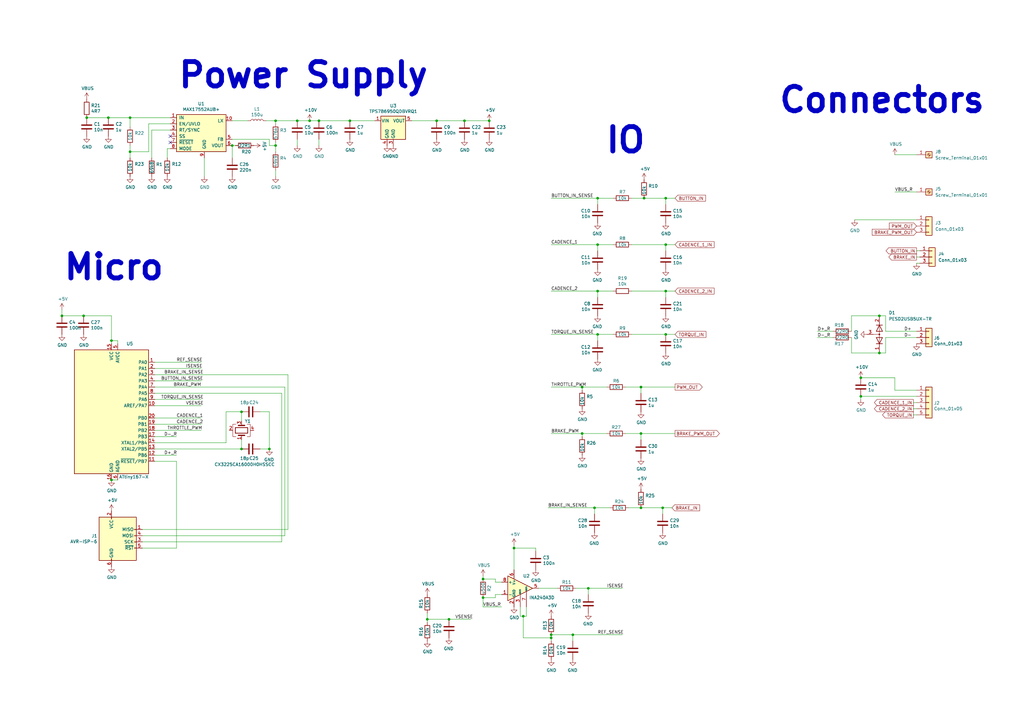
<source format=kicad_sch>
(kicad_sch (version 20250114) (generator "eeschema") (generator_version "9.0")
  (paper "A3")
  (text "Micro\n" (at 25.4 115.57 0) (effects (font (size 10 10) (thickness 2) (bold yes)) (justify left bottom)))
  (text "IO" (at 247.65 63.5 0) (effects (font (size 10 10) (thickness 2) (bold yes)) (justify left bottom)))
  (text "Power Supply" (at 72.39 36.83 0) (effects (font (size 10 10) (thickness 2) (bold yes)) (justify left bottom)))
  (text "Connectors" (at 318.77 46.99 0) (effects (font (size 10 10) (thickness 2) (bold yes)) (justify left bottom)))
  (junction (at 34.29 129.54))
  (junction (at 238.76 158.75))
  (junction (at 234.95 260.35))
  (junction (at 127 49.53))
  (junction (at 198.12 245.11))
  (junction (at 99.06 168.91))
  (junction (at 198.12 237.49))
  (junction (at 113.03 49.53))
  (junction (at 273.05 119.38))
  (junction (at 210.82 224.79))
  (junction (at 273.05 100.33))
  (junction (at 271.78 208.28))
  (junction (at 175.26 254))
  (junction (at 353.06 154.94))
  (junction (at 35.56 48.26))
  (junction (at 130.81 49.53))
  (junction (at 45.72 196.85))
  (junction (at 110.49 184.15))
  (junction (at 360.68 129.54))
  (junction (at 99.06 184.15))
  (junction (at 45.72 139.7))
  (junction (at 262.89 158.75))
  (junction (at 273.05 81.28))
  (junction (at 226.06 260.35))
  (junction (at 241.3 241.3))
  (junction (at 273.05 137.16))
  (junction (at 53.34 48.26))
  (junction (at 53.34 62.23))
  (junction (at 245.11 81.28))
  (junction (at 264.16 81.28))
  (junction (at 245.11 119.38))
  (junction (at 200.66 49.53))
  (junction (at 262.89 208.28))
  (junction (at 360.68 144.78))
  (junction (at 226.06 261.62))
  (junction (at 179.07 49.53))
  (junction (at 190.5 49.53))
  (junction (at 243.84 208.28))
  (junction (at 262.89 177.8))
  (junction (at 25.4 129.54))
  (junction (at 121.92 49.53))
  (junction (at 353.06 162.56))
  (junction (at 245.11 137.16))
  (junction (at 143.51 49.53))
  (junction (at 184.15 254))
  (junction (at 44.45 48.26))
  (junction (at 113.03 59.69))
  (junction (at 245.11 100.33))
  (junction (at 214.63 252.73))
  (junction (at 95.25 59.69))
  (junction (at 238.76 177.8))
  (no_connect (at 69.85 58.42))
  (no_connect (at 69.85 55.88))
  (wire (pts (xy 175.26 251.46) (xy 175.26 254)))
  (wire (pts (xy 273.05 119.38) (xy 276.86 119.38)))
  (wire (pts (xy 245.11 100.33) (xy 245.11 102.87)))
  (wire (pts (xy 262.89 208.28) (xy 271.78 208.28)))
  (wire (pts (xy 143.51 49.53) (xy 153.67 49.53)))
  (wire (pts (xy 375.92 167.64) (xy 374.65 167.64)))
  (wire (pts (xy 203.2 237.49) (xy 203.2 238.76)))
  (wire (pts (xy 349.25 138.43) (xy 349.25 144.78)))
  (wire (pts (xy 262.89 158.75) (xy 262.89 161.29)))
  (wire (pts (xy 72.39 224.79) (xy 58.42 224.79)))
  (wire (pts (xy 63.5 184.15) (xy 99.06 184.15)))
  (wire (pts (xy 44.45 48.26) (xy 53.34 48.26)))
  (wire (pts (xy 219.71 224.79) (xy 219.71 226.06)))
  (wire (pts (xy 53.34 59.69) (xy 53.34 62.23)))
  (wire (pts (xy 92.71 168.91) (xy 99.06 168.91)))
  (wire (pts (xy 276.86 158.75) (xy 262.89 158.75)))
  (wire (pts (xy 238.76 160.02) (xy 238.76 158.75)))
  (wire (pts (xy 375.92 160.02) (xy 367.03 160.02)))
  (wire (pts (xy 245.11 119.38) (xy 251.46 119.38)))
  (wire (pts (xy 335.28 135.89) (xy 341.63 135.89)))
  (wire (pts (xy 215.9 252.73) (xy 214.63 252.73)))
  (wire (pts (xy 96.52 59.69) (xy 95.25 59.69)))
  (wire (pts (xy 226.06 260.35) (xy 226.06 261.62)))
  (wire (pts (xy 25.4 129.54) (xy 34.29 129.54)))
  (wire (pts (xy 106.68 184.15) (xy 110.49 184.15)))
  (wire (pts (xy 25.4 129.54) (xy 25.4 127)))
  (wire (pts (xy 72.39 189.23) (xy 72.39 224.79)))
  (wire (pts (xy 53.34 62.23) (xy 60.96 62.23)))
  (wire (pts (xy 363.22 138.43) (xy 375.92 138.43)))
  (wire (pts (xy 63.5 171.45) (xy 82.55 171.45)))
  (wire (pts (xy 234.95 260.35) (xy 255.27 260.35)))
  (wire (pts (xy 175.26 254) (xy 184.15 254)))
  (wire (pts (xy 45.72 196.85) (xy 48.26 196.85)))
  (wire (pts (xy 367.03 63.5) (xy 375.92 63.5)))
  (wire (pts (xy 203.2 237.49) (xy 198.12 237.49)))
  (wire (pts (xy 60.96 50.8) (xy 69.85 50.8)))
  (wire (pts (xy 262.89 177.8) (xy 256.54 177.8)))
  (wire (pts (xy 234.95 262.89) (xy 234.95 260.35)))
  (wire (pts (xy 53.34 52.07) (xy 53.34 48.26)))
  (wire (pts (xy 375.92 102.87) (xy 377.19 102.87)))
  (wire (pts (xy 363.22 138.43) (xy 363.22 144.78)))
  (wire (pts (xy 219.71 224.79) (xy 210.82 224.79)))
  (wire (pts (xy 83.82 72.39) (xy 83.82 64.77)))
  (wire (pts (xy 198.12 237.49) (xy 198.12 236.22)))
  (wire (pts (xy 226.06 260.35) (xy 234.95 260.35)))
  (wire (pts (xy 130.81 57.15) (xy 130.81 59.69)))
  (wire (pts (xy 367.03 78.74) (xy 375.92 78.74)))
  (wire (pts (xy 241.3 241.3) (xy 255.27 241.3)))
  (wire (pts (xy 175.26 254) (xy 175.26 255.27)))
  (wire (pts (xy 110.49 59.69) (xy 110.49 57.15)))
  (wire (pts (xy 375.92 105.41) (xy 377.19 105.41)))
  (wire (pts (xy 238.76 177.8) (xy 248.92 177.8)))
  (wire (pts (xy 168.91 49.53) (xy 179.07 49.53)))
  (wire (pts (xy 245.11 81.28) (xy 251.46 81.28)))
  (wire (pts (xy 226.06 100.33) (xy 245.11 100.33)))
  (wire (pts (xy 63.5 151.13) (xy 82.55 151.13)))
  (wire (pts (xy 375.92 162.56) (xy 353.06 162.56)))
  (wire (pts (xy 48.26 139.7) (xy 48.26 140.97)))
  (wire (pts (xy 63.5 186.69) (xy 72.39 186.69)))
  (wire (pts (xy 106.68 168.91) (xy 110.49 168.91)))
  (wire (pts (xy 276.86 177.8) (xy 262.89 177.8)))
  (wire (pts (xy 63.5 179.07) (xy 72.39 179.07)))
  (wire (pts (xy 63.5 156.21) (xy 82.55 156.21)))
  (wire (pts (xy 360.68 144.78) (xy 349.25 144.78)))
  (wire (pts (xy 243.84 208.28) (xy 243.84 210.82)))
  (wire (pts (xy 215.9 248.92) (xy 215.9 252.73)))
  (wire (pts (xy 203.2 245.11) (xy 198.12 245.11)))
  (wire (pts (xy 228.6 241.3) (xy 220.98 241.3)))
  (wire (pts (xy 353.06 154.94) (xy 367.03 154.94)))
  (wire (pts (xy 203.2 238.76) (xy 205.74 238.76)))
  (wire (pts (xy 116.84 158.75) (xy 116.84 219.71)))
  (wire (pts (xy 214.63 252.73) (xy 213.36 252.73)))
  (wire (pts (xy 375.92 165.1) (xy 374.65 165.1)))
  (wire (pts (xy 245.11 137.16) (xy 251.46 137.16)))
  (wire (pts (xy 63.5 176.53) (xy 82.55 176.53)))
  (wire (pts (xy 264.16 81.28) (xy 273.05 81.28)))
  (wire (pts (xy 273.05 100.33) (xy 276.86 100.33)))
  (wire (pts (xy 63.5 166.37) (xy 82.55 166.37)))
  (wire (pts (xy 48.26 139.7) (xy 45.72 139.7)))
  (wire (pts (xy 101.6 49.53) (xy 95.25 49.53)))
  (wire (pts (xy 214.63 252.73) (xy 214.63 261.62)))
  (wire (pts (xy 245.11 137.16) (xy 226.06 137.16)))
  (wire (pts (xy 243.84 208.28) (xy 250.19 208.28)))
  (wire (pts (xy 110.49 57.15) (xy 95.25 57.15)))
  (wire (pts (xy 198.12 248.92) (xy 198.12 245.11)))
  (wire (pts (xy 238.76 158.75) (xy 248.92 158.75)))
  (wire (pts (xy 350.52 90.17) (xy 375.92 90.17)))
  (wire (pts (xy 363.22 135.89) (xy 375.92 135.89)))
  (wire (pts (xy 245.11 119.38) (xy 245.11 121.92)))
  (wire (pts (xy 245.11 137.16) (xy 245.11 139.7)))
  (wire (pts (xy 130.81 49.53) (xy 143.51 49.53)))
  (wire (pts (xy 241.3 241.3) (xy 236.22 241.3)))
  (wire (pts (xy 257.81 208.28) (xy 262.89 208.28)))
  (wire (pts (xy 115.57 161.29) (xy 63.5 161.29)))
  (wire (pts (xy 205.74 243.84) (xy 203.2 243.84)))
  (wire (pts (xy 226.06 81.28) (xy 245.11 81.28)))
  (wire (pts (xy 349.25 129.54) (xy 360.68 129.54)))
  (wire (pts (xy 63.5 173.99) (xy 82.55 173.99)))
  (wire (pts (xy 259.08 81.28) (xy 264.16 81.28)))
  (wire (pts (xy 63.5 148.59) (xy 82.55 148.59)))
  (wire (pts (xy 68.58 60.96) (xy 69.85 60.96)))
  (wire (pts (xy 121.92 49.53) (xy 127 49.53)))
  (wire (pts (xy 35.56 48.26) (xy 44.45 48.26)))
  (wire (pts (xy 113.03 50.8) (xy 113.03 49.53)))
  (wire (pts (xy 58.42 222.25) (xy 115.57 222.25)))
  (wire (pts (xy 367.03 154.94) (xy 367.03 160.02)))
  (wire (pts (xy 115.57 161.29) (xy 115.57 222.25)))
  (wire (pts (xy 213.36 248.92) (xy 213.36 252.73)))
  (wire (pts (xy 241.3 243.84) (xy 241.3 241.3)))
  (wire (pts (xy 245.11 81.28) (xy 245.11 83.82)))
  (wire (pts (xy 262.89 158.75) (xy 256.54 158.75)))
  (wire (pts (xy 63.5 163.83) (xy 82.55 163.83)))
  (wire (pts (xy 113.03 69.85) (xy 113.03 72.39)))
  (wire (pts (xy 363.22 129.54) (xy 363.22 135.89)))
  (wire (pts (xy 45.72 129.54) (xy 45.72 139.7)))
  (wire (pts (xy 116.84 158.75) (xy 63.5 158.75)))
  (wire (pts (xy 226.06 177.8) (xy 238.76 177.8)))
  (wire (pts (xy 259.08 100.33) (xy 273.05 100.33)))
  (wire (pts (xy 374.65 170.18) (xy 375.92 170.18)))
  (wire (pts (xy 190.5 49.53) (xy 200.66 49.53)))
  (wire (pts (xy 271.78 208.28) (xy 275.59 208.28)))
  (wire (pts (xy 113.03 49.53) (xy 121.92 49.53)))
  (wire (pts (xy 210.82 224.79) (xy 210.82 233.68)))
  (wire (pts (xy 353.06 162.56) (xy 353.06 163.83)))
  (wire (pts (xy 99.06 180.34) (xy 99.06 184.15)))
  (wire (pts (xy 99.06 168.91) (xy 99.06 172.72)))
  (wire (pts (xy 203.2 243.84) (xy 203.2 245.11)))
  (wire (pts (xy 349.25 135.89) (xy 349.25 129.54)))
  (wire (pts (xy 34.29 129.54) (xy 45.72 129.54)))
  (wire (pts (xy 360.68 129.54) (xy 363.22 129.54)))
  (wire (pts (xy 363.22 144.78) (xy 360.68 144.78)))
  (wire (pts (xy 210.82 224.79) (xy 210.82 223.52)))
  (wire (pts (xy 259.08 119.38) (xy 273.05 119.38)))
  (wire (pts (xy 92.71 181.61) (xy 92.71 168.91)))
  (wire (pts (xy 62.23 53.34) (xy 69.85 53.34)))
  (wire (pts (xy 127 49.53) (xy 130.81 49.53)))
  (wire (pts (xy 113.03 59.69) (xy 113.03 62.23)))
  (wire (pts (xy 68.58 64.77) (xy 68.58 60.96)))
  (wire (pts (xy 262.89 177.8) (xy 262.89 180.34)))
  (wire (pts (xy 121.92 57.15) (xy 121.92 59.69)))
  (wire (pts (xy 58.42 219.71) (xy 116.84 219.71)))
  (wire (pts (xy 245.11 100.33) (xy 251.46 100.33)))
  (wire (pts (xy 273.05 121.92) (xy 273.05 119.38)))
  (wire (pts (xy 273.05 137.16) (xy 276.86 137.16)))
  (wire (pts (xy 226.06 261.62) (xy 226.06 262.89)))
  (wire (pts (xy 63.5 189.23) (xy 72.39 189.23)))
  (wire (pts (xy 214.63 261.62) (xy 226.06 261.62)))
  (wire (pts (xy 184.15 254) (xy 193.04 254)))
  (wire (pts (xy 113.03 58.42) (xy 113.03 59.69)))
  (wire (pts (xy 95.25 59.69) (xy 95.25 64.77)))
  (wire (pts (xy 273.05 81.28) (xy 276.86 81.28)))
  (wire (pts (xy 53.34 62.23) (xy 53.34 64.77)))
  (wire (pts (xy 226.06 158.75) (xy 238.76 158.75)))
  (wire (pts (xy 118.11 153.67) (xy 118.11 217.17)))
  (wire (pts (xy 109.22 49.53) (xy 113.03 49.53)))
  (wire (pts (xy 45.72 139.7) (xy 45.72 140.97)))
  (wire (pts (xy 335.28 138.43) (xy 341.63 138.43)))
  (wire (pts (xy 58.42 217.17) (xy 118.11 217.17)))
  (wire (pts (xy 273.05 83.82) (xy 273.05 81.28)))
  (wire (pts (xy 62.23 53.34) (xy 62.23 64.77)))
  (wire (pts (xy 198.12 248.92) (xy 205.74 248.92)))
  (wire (pts (xy 273.05 102.87) (xy 273.05 100.33)))
  (wire (pts (xy 110.49 59.69) (xy 113.03 59.69)))
  (wire (pts (xy 375.92 107.95) (xy 377.19 107.95)))
  (wire (pts (xy 63.5 153.67) (xy 118.11 153.67)))
  (wire (pts (xy 179.07 49.53) (xy 190.5 49.53)))
  (wire (pts (xy 60.96 62.23) (xy 60.96 50.8)))
  (wire (pts (xy 238.76 179.07) (xy 238.76 177.8)))
  (wire (pts (xy 259.08 137.16) (xy 273.05 137.16)))
  (wire (pts (xy 224.79 208.28) (xy 243.84 208.28)))
  (wire (pts (xy 53.34 48.26) (xy 69.85 48.26)))
  (wire (pts (xy 110.49 184.15) (xy 110.49 168.91)))
  (wire (pts (xy 226.06 119.38) (xy 245.11 119.38)))
  (wire (pts (xy 271.78 210.82) (xy 271.78 208.28)))
  (wire (pts (xy 63.5 181.61) (xy 92.71 181.61)))
  (label "BRAKE_IN_SENSE" (at 224.79 208.28 0))
  (label "VBUS_R" (at 198.12 248.92 0))
  (label "REF_SENSE" (at 245.11 260.35 0))
  (label "VBUS_R" (at 367.03 78.74 0))
  (label "TORQUE_IN_SENSE" (at 226.06 137.16 0))
  (label "ISENSE" (at 248.92 241.3 0))
  (label "CADENCE_1" (at 226.06 100.33 0))
  (label "THROTTLE_PWM" (at 226.06 158.75 0))
  (label "BRAKE_IN_SENSE" (at 67.31 153.67 0))
  (label "VSENSE" (at 186.69 254 0))
  (label "BUTTON_IN_SENSE" (at 226.06 81.28 0))
  (label "CADENCE_2" (at 226.06 119.38 0))
  (label "REF_SENSE" (at 72.39 148.59 0))
  (label "D+_R" (at 335.28 135.89 0))
  (label "D-_R" (at 67.31 179.07 0))
  (label "D+_R" (at 67.31 186.69 0))
  (label "THROTTLE_PWM" (at 68.58 176.53 0))
  (label "CADENCE_1" (at 72.39 171.45 0))
  (label "CADENCE_2" (at 72.39 173.99 0))
  (label "D-" (at 370.84 138.43 0))
  (label "TORQUE_IN_SENSE" (at 66.04 163.83 0))
  (label "BRAKE_PWM" (at 71.12 158.75 0))
  (label "BUTTON_IN_SENSE" (at 66.04 156.21 0))
  (label "D+" (at 370.84 135.89 0))
  (label "ISENSE" (at 76.2 151.13 0))
  (label "VSENSE" (at 76.2 166.37 0))
  (label "BRAKE_PWM" (at 226.06 177.8 0))
  (label "D-_R" (at 335.28 138.43 0))
  (global_label "BUTTON_IN" (shape output) (at 375.92 102.87 180) (property "Intersheetrefs" "${INTERSHEET_REFS}" (effects (hide yes))))
  (global_label "BRAKE_IN" (shape output) (at 375.92 105.41 180) (property "Intersheetrefs" "${INTERSHEET_REFS}" (effects (hide yes))))
  (global_label "BRAKE_PWM_OUT" (shape input) (at 375.92 95.25 180) (property "Intersheetrefs" "${INTERSHEET_REFS}" (effects (hide yes))))
  (global_label "TORQUE_IN" (shape input) (at 276.86 137.16 0) (property "Intersheetrefs" "${INTERSHEET_REFS}" (effects (hide yes))))
  (global_label "CADENCE_2_IN" (shape output) (at 374.65 167.64 180) (property "Intersheetrefs" "${INTERSHEET_REFS}" (effects (hide yes))))
  (global_label "CADENCE_2_IN" (shape input) (at 276.86 119.38 0) (property "Intersheetrefs" "${INTERSHEET_REFS}" (effects (hide yes))))
  (global_label "TORQUE_IN" (shape output) (at 374.65 170.18 180) (property "Intersheetrefs" "${INTERSHEET_REFS}" (effects (hide yes))))
  (global_label "CADENCE_1_IN" (shape input) (at 276.86 100.33 0) (property "Intersheetrefs" "${INTERSHEET_REFS}" (effects (hide yes))))
  (global_label "BUTTON_IN" (shape input) (at 276.86 81.28 0) (property "Intersheetrefs" "${INTERSHEET_REFS}" (effects (hide yes))))
  (global_label "PWM_OUT" (shape input) (at 375.92 92.71 180) (property "Intersheetrefs" "${INTERSHEET_REFS}" (effects (hide yes))))
  (global_label "BRAKE_PWM_OUT" (shape output) (at 276.86 177.8 0) (property "Intersheetrefs" "${INTERSHEET_REFS}" (effects (hide yes))))
  (global_label "BRAKE_IN" (shape input) (at 275.59 208.28 0) (property "Intersheetrefs" "${INTERSHEET_REFS}" (effects (hide yes))))
  (global_label "CADENCE_1_IN" (shape output) (at 374.65 165.1 180) (property "Intersheetrefs" "${INTERSHEET_REFS}" (effects (hide yes))))
  (global_label "PWM_OUT" (shape output) (at 276.86 158.75 0) (property "Intersheetrefs" "${INTERSHEET_REFS}" (effects (hide yes))))
  (symbol (lib_id "E-Bike:MAX17552") (at 81.28 44.45 0) (unit 1)
    (property "Reference" "U1" (at 82.55 42.545 0))
    (property "Value" "MAX17552AUB+" (at 82.55 44.8564 0))
    (property "Footprint" "Package_SO:MSOP-10_3x3mm_P0.5mm" (effects (hide yes)))
    (property "Datasheet" "https://datasheets.maximintegrated.com/en/ds/MAX17552.pdf" (effects (hide yes)))
    (property "Part Number" "MAX17552AUB+" (effects (hide yes)))
  )
  (symbol (lib_id "Device:L") (at 105.41 49.53 90) (unit 1)
    (property "Reference" "L1" (at 105.41 44.704 90))
    (property "Value" "150u" (at 105.41 47.0154 90))
    (property "Footprint" "Inductor_SMD:L_Bourns-SRN4018" (effects (hide yes)))
    (property "Datasheet" "https://www.bourns.com/docs/Product-Datasheets/SRN4026.pdf" (effects (hide yes)))
    (property "Part Number" "SRN4026-151M" (effects (hide yes)))
  )
  (symbol (lib_id "Device:C") (at 121.92 53.34 0) (unit 1)
    (property "Reference" "C5" (at 124.841 52.1716 0) (effects (justify left)))
    (property "Value" "10u" (at 124.841 54.483 0) (effects (justify left)))
    (property "Footprint" "Capacitor_SMD:C_1206_3216Metric" (effects (hide yes)))
    (property "Datasheet" "https://product.tdk.com/info/en/catalog/datasheets/mlcc_automotive_soft_en.pdf?ref_disty=digikey" (effects (hide yes)))
    (property "Part Number" "CGA5L1X7R1E106K160AE" (effects (hide yes)))
  )
  (symbol (lib_id "Device:C") (at 130.81 53.34 0) (unit 1)
    (property "Reference" "C6" (at 133.731 52.1716 0) (effects (justify left)))
    (property "Value" "100n" (at 133.731 54.483 0) (effects (justify left)))
    (property "Footprint" "Capacitor_SMD:C_0603_1608Metric" (effects (hide yes)))
    (property "Datasheet" "http://www.samsungsem.com/kr/support/product-search/mlcc/__icsFiles/afieldfile/2019/08/26/CL10B104KB8WPND-19.pdf" (effects (hide yes)))
    (property "Part Number" "CL10B104KB8WPND" (effects (hide yes)))
  )
  (symbol (lib_id "Device:R") (at 113.03 54.61 0) (unit 1)
    (property "Reference" "R3" (at 114.808 53.4416 0) (effects (justify left)))
    (property "Value" "576k" (at 113.03 57.15 90) (effects (justify left)))
    (property "Footprint" "Capacitor_SMD:C_0603_1608Metric" (effects (hide yes)))
    (property "Datasheet" "https://www.seielect.com/catalog/sei-rncf.pdf" (effects (hide yes)))
    (property "Part Number" "RNCF0603DTC576K" (effects (hide yes)))
  )
  (symbol (lib_id "Device:R") (at 113.03 66.04 0) (unit 1)
    (property "Reference" "R4" (at 114.808 64.8716 0) (effects (justify left)))
    (property "Value" "49k9" (at 113.03 68.58 90) (effects (justify left)))
    (property "Footprint" "Capacitor_SMD:C_0603_1608Metric" (effects (hide yes)))
    (property "Datasheet" "https://industrial.panasonic.com/cdbs/www-data/pdf/RDA0000/AOA0000C304.pdf" (effects (hide yes)))
    (property "Part Number" "ERJ-3EKF4992V" (effects (hide yes)))
  )
  (symbol (lib_id "power:GND") (at 113.03 72.39 0) (unit 1)
    (property "Reference" "#PWR09" (effects (hide yes)))
    (property "Value" "GND" (at 113.157 76.7842 0))
  )
  (symbol (lib_id "power:GND") (at 121.92 59.69 0) (unit 1)
    (property "Reference" "#PWR010" (effects (hide yes)))
    (property "Value" "GND" (at 122.047 64.0842 0))
  )
  (symbol (lib_id "power:GND") (at 130.81 59.69 0) (unit 1)
    (property "Reference" "#PWR014" (effects (hide yes)))
    (property "Value" "GND" (at 130.937 64.0842 0))
  )
  (symbol (lib_id "Device:C") (at 44.45 52.07 0) (unit 1)
    (property "Reference" "C2" (at 47.371 50.9016 0) (effects (justify left)))
    (property "Value" "1u" (at 47.371 53.213 0) (effects (justify left)))
    (property "Footprint" "Capacitor_SMD:C_1206_3216Metric" (effects (hide yes)))
    (property "Datasheet" "https://product.tdk.com/info/en/catalog/datasheets/mlcc_commercial_midvoltage_en.pdf?ref_disty=digikey" (effects (hide yes)))
    (property "Part Number" "C3216X7R2A105K160AA" (effects (hide yes)))
  )
  (symbol (lib_id "Device:C") (at 35.56 52.07 0) (unit 1)
    (property "Reference" "C1" (at 38.481 50.9016 0) (effects (justify left)))
    (property "Value" "10n" (at 38.481 53.213 0) (effects (justify left)))
    (property "Footprint" "Capacitor_SMD:C_0603_1608Metric" (effects (hide yes)))
    (property "Datasheet" "https://datasheets.avx.com/X7RDielectric.pdf" (effects (hide yes)))
    (property "Part Number" "06035C103JAT2A" (effects (hide yes)))
  )
  (symbol (lib_id "power:GND") (at 44.45 55.88 0) (unit 1)
    (property "Reference" "#PWR03" (effects (hide yes)))
    (property "Value" "GND" (at 44.577 60.2742 0))
  )
  (symbol (lib_id "power:GND") (at 35.56 55.88 0) (unit 1)
    (property "Reference" "#PWR02" (effects (hide yes)))
    (property "Value" "GND" (at 35.687 60.2742 0))
  )
  (symbol (lib_id "Regulator_Linear:TPS76350") (at 161.29 52.07 0) (unit 1)
    (property "Reference" "U3" (at 161.29 43.3832 0))
    (property "Value" "TPS7B6950QDBVRQ1" (at 161.29 45.6946 0))
    (property "Footprint" "Package_TO_SOT_SMD:SOT-23-5" (effects (hide yes)))
    (property "Datasheet" "https://www.ti.com/lit/ds/symlink/tps7b69-q1.pdf" (effects (hide yes)))
    (property "Part Number" "TPS7B6950QDBVRQ1" (effects (hide yes)))
  )
  (symbol (lib_id "Device:C") (at 143.51 53.34 0) (unit 1)
    (property "Reference" "C7" (at 146.431 52.1716 0) (effects (justify left)))
    (property "Value" "1u" (at 146.431 54.483 0) (effects (justify left)))
    (property "Footprint" "Capacitor_SMD:C_0603_1608Metric" (effects (hide yes)))
    (property "Datasheet" "http://www.samsungsem.com/kr/support/product-search/mlcc/CL21B105KOFVPNE.jsp" (effects (hide yes)))
    (property "Part Number" "CL21B105KOFVPNE" (effects (hide yes)))
  )
  (symbol (lib_id "power:GND") (at 143.51 57.15 0) (unit 1)
    (property "Reference" "#PWR015" (effects (hide yes)))
    (property "Value" "GND" (at 143.637 61.5442 0))
  )
  (symbol (lib_id "power:GND") (at 158.75 59.69 0) (unit 1)
    (property "Reference" "#PWR018" (effects (hide yes)))
    (property "Value" "GND" (at 158.877 64.0842 0))
  )
  (symbol (lib_id "power:+5V") (at 200.66 49.53 0) (unit 1)
    (property "Reference" "#PWR021" (effects (hide yes)))
    (property "Value" "+5V" (at 201.041 45.1358 0))
  )
  (symbol (lib_id "power:GND") (at 45.72 196.85 0) (unit 1)
    (property "Reference" "#PWR012" (effects (hide yes)))
    (property "Value" "GND" (at 45.847 201.2442 0))
  )
  (symbol (lib_id "power:+5V") (at 25.4 127 0) (unit 1)
    (property "Reference" "#PWR011" (effects (hide yes)))
    (property "Value" "+5V" (at 25.781 122.6058 0))
  )
  (symbol (lib_id "Device:C") (at 25.4 133.35 0) (unit 1)
    (property "Reference" "C4" (at 28.321 132.1816 0) (effects (justify left)))
    (property "Value" "100n" (at 28.321 134.493 0) (effects (justify left)))
    (property "Footprint" "Capacitor_SMD:C_0603_1608Metric" (effects (hide yes)))
    (property "Datasheet" "http://www.samsungsem.com/kr/support/product-search/mlcc/__icsFiles/afieldfile/2019/08/26/CL10B104KB8WPND-19.pdf" (effects (hide yes)))
    (property "Part Number" "CL10B104KB8WPND" (effects (hide yes)))
  )
  (symbol (lib_id "power:GND") (at 25.4 137.16 0) (unit 1)
    (property "Reference" "#PWR08" (effects (hide yes)))
    (property "Value" "GND" (at 25.527 141.5542 0))
  )
  (symbol (lib_id "Device:C") (at 262.89 165.1 0) (unit 1)
    (property "Reference" "C13" (at 265.811 163.9316 0) (effects (justify left)))
    (property "Value" "1u" (at 265.811 166.243 0) (effects (justify left)))
    (property "Footprint" "Capacitor_SMD:C_0603_1608Metric" (effects (hide yes)))
    (property "Datasheet" "http://www.samsungsem.com/kr/support/product-search/mlcc/CL21B105KOFVPNE.jsp" (effects (hide yes)))
    (property "Part Number" "CL21B105KOFVPNE" (effects (hide yes)))
  )
  (symbol (lib_id "power:GND") (at 262.89 168.91 0) (unit 1)
    (property "Reference" "#PWR026" (effects (hide yes)))
    (property "Value" "GND" (at 263.017 173.3042 0))
  )
  (symbol (lib_id "Device:C") (at 245.11 143.51 0) (mirror y) (unit 1)
    (property "Reference" "C12" (at 242.189 142.3416 0) (effects (justify left)))
    (property "Value" "10n" (at 242.189 144.653 0) (effects (justify left)))
    (property "Footprint" "Capacitor_SMD:C_0603_1608Metric" (effects (hide yes)))
    (property "Datasheet" "https://datasheets.avx.com/X7RDielectric.pdf" (effects (hide yes)))
    (property "Part Number" "06035C103JAT2A" (effects (hide yes)))
  )
  (symbol (lib_id "power:GND") (at 245.11 147.32 0) (mirror y) (unit 1)
    (property "Reference" "#PWR025" (effects (hide yes)))
    (property "Value" "GND" (at 244.983 151.7142 0))
  )
  (symbol (lib_id "Device:C") (at 245.11 106.68 0) (mirror y) (unit 1)
    (property "Reference" "C11" (at 242.189 105.5116 0) (effects (justify left)))
    (property "Value" "10n" (at 242.189 107.823 0) (effects (justify left)))
    (property "Footprint" "Capacitor_SMD:C_0603_1608Metric" (effects (hide yes)))
    (property "Datasheet" "https://datasheets.avx.com/X7RDielectric.pdf" (effects (hide yes)))
    (property "Part Number" "06035C103JAT2A" (effects (hide yes)))
  )
  (symbol (lib_id "power:GND") (at 245.11 110.49 0) (mirror y) (unit 1)
    (property "Reference" "#PWR024" (effects (hide yes)))
    (property "Value" "GND" (at 244.983 114.8842 0))
  )
  (symbol (lib_id "Device:R") (at 255.27 81.28 90) (mirror x) (unit 1)
    (property "Reference" "R7" (at 255.27 78.74 90))
    (property "Value" "10k" (at 255.27 81.28 90))
    (property "Footprint" "Capacitor_SMD:C_0603_1608Metric" (effects (hide yes)))
    (property "Datasheet" "https://www.te.com/commerce/DocumentDelivery/DDEController?Action=srchrtrv&DocNm=1773204-3&DocType=DS&DocLang=English" (effects (hide yes)))
    (property "Part Number" "CRGCQ0603F10K" (effects (hide yes)))
  )
  (symbol (lib_id "Device:C") (at 245.11 87.63 0) (mirror y) (unit 1)
    (property "Reference" "C10" (at 242.189 86.4616 0) (effects (justify left)))
    (property "Value" "10n" (at 242.189 88.773 0) (effects (justify left)))
    (property "Footprint" "Capacitor_SMD:C_0603_1608Metric" (effects (hide yes)))
    (property "Datasheet" "https://datasheets.avx.com/X7RDielectric.pdf" (effects (hide yes)))
    (property "Part Number" "06035C103JAT2A" (effects (hide yes)))
  )
  (symbol (lib_id "power:GND") (at 245.11 91.44 0) (mirror y) (unit 1)
    (property "Reference" "#PWR023" (effects (hide yes)))
    (property "Value" "GND" (at 244.983 95.8342 0))
  )
  (symbol (lib_id "Device:R") (at 62.23 68.58 0) (unit 1)
    (property "Reference" "R1" (at 64.008 67.4116 0) (effects (justify left)))
    (property "Value" "69k8" (at 62.23 71.12 90) (effects (justify left)))
    (property "Footprint" "Capacitor_SMD:C_0603_1608Metric" (effects (hide yes)))
    (property "Datasheet" "https://www.seielect.com/catalog/sei-rmcf_rmcp.pdf" (effects (hide yes)))
    (property "Part Number" "RMCF0603FT69K8" (effects (hide yes)))
  )
  (symbol (lib_id "power:GND") (at 62.23 72.39 0) (unit 1)
    (property "Reference" "#PWR04" (effects (hide yes)))
    (property "Value" "GND" (at 62.357 76.7842 0))
  )
  (symbol (lib_id "Device:C") (at 179.07 53.34 0) (unit 1)
    (property "Reference" "C9" (at 181.991 52.1716 0) (effects (justify left)))
    (property "Value" "100n" (at 181.991 54.483 0) (effects (justify left)))
    (property "Footprint" "Capacitor_SMD:C_0603_1608Metric" (effects (hide yes)))
    (property "Datasheet" "http://www.samsungsem.com/kr/support/product-search/mlcc/__icsFiles/afieldfile/2019/08/26/CL10B104KB8WPND-19.pdf" (effects (hide yes)))
    (property "Part Number" "CL10B104KB8WPND" (effects (hide yes)))
  )
  (symbol (lib_id "power:GND") (at 179.07 57.15 0) (unit 1)
    (property "Reference" "#PWR020" (effects (hide yes)))
    (property "Value" "GND" (at 179.197 61.5442 0))
  )
  (symbol (lib_id "power:GND") (at 83.82 72.39 0) (unit 1)
    (property "Reference" "#PWR05" (effects (hide yes)))
    (property "Value" "GND" (at 83.947 76.7842 0))
  )
  (symbol (lib_id "Connector_Generic:Conn_01x05") (at 381 165.1 0) (unit 1)
    (property "Reference" "J2" (at 383.032 165.3032 0) (effects (justify left)))
    (property "Value" "Conn_01x05" (at 383.032 167.6146 0) (effects (justify left)))
    (property "Footprint" "Connector_PinHeader_2.54mm:PinHeader_1x05_P2.54mm_Vertical" (effects (hide yes)))
  )
  (symbol (lib_id "Device:R") (at 264.16 77.47 0) (mirror y) (unit 1)
    (property "Reference" "R10" (at 265.938 76.3016 0) (effects (justify right)))
    (property "Value" "10k" (at 264.16 76.2 90) (effects (justify right)))
    (property "Footprint" "Capacitor_SMD:C_0603_1608Metric" (effects (hide yes)))
    (property "Datasheet" "https://www.te.com/commerce/DocumentDelivery/DDEController?Action=srchrtrv&DocNm=1773204-3&DocType=DS&DocLang=English" (effects (hide yes)))
    (property "Part Number" "CRGCQ0603F10K" (effects (hide yes)))
  )
  (symbol (lib_id "power:+5V") (at 264.16 73.66 0) (unit 1)
    (property "Reference" "#PWR029" (effects (hide yes)))
    (property "Value" "+5V" (at 264.541 69.2658 0))
  )
  (symbol (lib_id "power:GND") (at 238.76 167.64 0) (unit 1)
    (property "Reference" "#PWR022" (effects (hide yes)))
    (property "Value" "GND" (at 238.887 172.0342 0))
  )
  (symbol (lib_id "Device:R") (at 255.27 100.33 90) (mirror x) (unit 1)
    (property "Reference" "R8" (at 255.27 97.79 90))
    (property "Value" "10k" (at 255.27 100.33 90))
    (property "Footprint" "Capacitor_SMD:C_0603_1608Metric" (effects (hide yes)))
    (property "Datasheet" "https://www.te.com/commerce/DocumentDelivery/DDEController?Action=srchrtrv&DocNm=1773204-3&DocType=DS&DocLang=English" (effects (hide yes)))
    (property "Part Number" "CRGCQ0603F10K" (effects (hide yes)))
  )
  (symbol (lib_id "Device:R") (at 255.27 137.16 90) (mirror x) (unit 1)
    (property "Reference" "R9" (at 255.27 134.62 90))
    (property "Value" "10k" (at 255.27 137.16 90))
    (property "Footprint" "Capacitor_SMD:C_0603_1608Metric" (effects (hide yes)))
    (property "Datasheet" "https://www.te.com/commerce/DocumentDelivery/DDEController?Action=srchrtrv&DocNm=1773204-3&DocType=DS&DocLang=English" (effects (hide yes)))
    (property "Part Number" "CRGCQ0603F10K" (effects (hide yes)))
  )
  (symbol (lib_id "Device:R") (at 252.73 158.75 90) (mirror x) (unit 1)
    (property "Reference" "R6" (at 252.73 156.21 90))
    (property "Value" "10k" (at 252.73 158.75 90))
    (property "Footprint" "Capacitor_SMD:C_0603_1608Metric" (effects (hide yes)))
    (property "Datasheet" "https://www.te.com/commerce/DocumentDelivery/DDEController?Action=srchrtrv&DocNm=1773204-3&DocType=DS&DocLang=English" (effects (hide yes)))
    (property "Part Number" "CRGCQ0603F10K" (effects (hide yes)))
  )
  (symbol (lib_id "Device:R") (at 238.76 163.83 0) (mirror y) (unit 1)
    (property "Reference" "R5" (at 240.538 162.6616 0) (effects (justify right)))
    (property "Value" "10k" (at 238.76 162.56 90) (effects (justify right)))
    (property "Footprint" "Capacitor_SMD:C_0603_1608Metric" (effects (hide yes)))
    (property "Datasheet" "https://www.te.com/commerce/DocumentDelivery/DDEController?Action=srchrtrv&DocNm=1773204-3&DocType=DS&DocLang=English" (effects (hide yes)))
    (property "Part Number" "CRGCQ0603F10K" (effects (hide yes)))
  )
  (symbol (lib_id "Device:C") (at 273.05 140.97 0) (unit 1)
    (property "Reference" "C17" (at 275.971 139.8016 0) (effects (justify left)))
    (property "Value" "10n" (at 275.971 142.113 0) (effects (justify left)))
    (property "Footprint" "Capacitor_SMD:C_0603_1608Metric" (effects (hide yes)))
    (property "Datasheet" "https://datasheets.avx.com/X7RDielectric.pdf" (effects (hide yes)))
    (property "Part Number" "06035C103JAT2A" (effects (hide yes)))
  )
  (symbol (lib_id "power:GND") (at 273.05 144.78 0) (unit 1)
    (property "Reference" "#PWR032" (effects (hide yes)))
    (property "Value" "GND" (at 273.177 149.1742 0))
  )
  (symbol (lib_id "Device:C") (at 273.05 106.68 0) (unit 1)
    (property "Reference" "C16" (at 275.971 105.5116 0) (effects (justify left)))
    (property "Value" "10n" (at 275.971 107.823 0) (effects (justify left)))
    (property "Footprint" "Capacitor_SMD:C_0603_1608Metric" (effects (hide yes)))
    (property "Datasheet" "https://datasheets.avx.com/X7RDielectric.pdf" (effects (hide yes)))
    (property "Part Number" "06035C103JAT2A" (effects (hide yes)))
  )
  (symbol (lib_id "power:GND") (at 273.05 110.49 0) (unit 1)
    (property "Reference" "#PWR031" (effects (hide yes)))
    (property "Value" "GND" (at 273.177 114.8842 0))
  )
  (symbol (lib_id "Device:C") (at 273.05 87.63 0) (unit 1)
    (property "Reference" "C15" (at 275.971 86.4616 0) (effects (justify left)))
    (property "Value" "10n" (at 275.971 88.773 0) (effects (justify left)))
    (property "Footprint" "Capacitor_SMD:C_0603_1608Metric" (effects (hide yes)))
    (property "Datasheet" "https://datasheets.avx.com/X7RDielectric.pdf" (effects (hide yes)))
    (property "Part Number" "06035C103JAT2A" (effects (hide yes)))
  )
  (symbol (lib_id "power:GND") (at 273.05 91.44 0) (unit 1)
    (property "Reference" "#PWR030" (effects (hide yes)))
    (property "Value" "GND" (at 273.177 95.8342 0))
  )
  (symbol (lib_id "power:GND") (at 353.06 163.83 0) (unit 1)
    (property "Reference" "#PWR028" (effects (hide yes)))
    (property "Value" "GND" (at 353.187 168.2242 0))
  )
  (symbol (lib_id "Device:C") (at 353.06 158.75 0) (unit 1)
    (property "Reference" "C14" (at 355.981 157.5816 0) (effects (justify left)))
    (property "Value" "1u" (at 355.981 159.893 0) (effects (justify left)))
    (property "Footprint" "Capacitor_SMD:C_0603_1608Metric" (effects (hide yes)))
    (property "Datasheet" "http://www.samsungsem.com/kr/support/product-search/mlcc/CL21B105KOFVPNE.jsp" (effects (hide yes)))
    (property "Part Number" "CL21B105KOFVPNE" (effects (hide yes)))
  )
  (symbol (lib_id "power:+5V") (at 45.72 209.55 0) (unit 1)
    (property "Reference" "#PWR017" (effects (hide yes)))
    (property "Value" "+5V" (at 46.101 205.1558 0))
  )
  (symbol (lib_id "power:GND") (at 350.52 90.17 0) (unit 1)
    (property "Reference" "#PWR034" (effects (hide yes)))
    (property "Value" "GND" (at 350.647 94.5642 0))
  )
  (symbol (lib_id "power:VBUS") (at 35.56 40.64 0) (unit 1)
    (property "Reference" "#PWR01" (effects (hide yes)))
    (property "Value" "VBUS" (at 35.941 36.2458 0))
  )
  (symbol (lib_id "power:+10V") (at 127 49.53 0) (unit 1)
    (property "Reference" "#PWR0101" (effects (hide yes)))
    (property "Value" "+10V" (at 127.381 45.1358 0))
  )
  (symbol (lib_id "power:+10V") (at 353.06 154.94 0) (unit 1)
    (property "Reference" "#PWR0102" (effects (hide yes)))
    (property "Value" "+10V" (at 353.441 150.5458 0))
  )
  (symbol (lib_id "Connector:AVR-ISP-6") (at 48.26 222.25 0) (unit 1)
    (property "Reference" "J1" (at 39.9034 219.8116 0) (effects (justify right)))
    (property "Value" "AVR-ISP-6" (at 39.9034 222.123 0) (effects (justify right)))
    (property "Footprint" "Connector_PinHeader_2.54mm:PinHeader_2x03_P2.54mm_Vertical" (effects (hide yes)))
    (property "Datasheet" " ~" (effects (hide yes)))
  )
  (symbol (lib_id "power:GND") (at 45.72 232.41 0) (unit 1)
    (property "Reference" "#PWR0104" (effects (hide yes)))
    (property "Value" "GND" (at 45.847 236.8042 0))
  )
  (symbol (lib_id "power:GND") (at 375.92 107.95 0) (unit 1)
    (property "Reference" "#PWR06" (effects (hide yes)))
    (property "Value" "GND" (at 376.047 112.3442 0))
  )
  (symbol (lib_id "Device:R") (at 198.12 241.3 180) (unit 1)
    (property "Reference" "R2" (at 200.66 241.3 90))
    (property "Value" "u500" (at 198.12 241.3 90))
    (property "Footprint" "Resistor_SMD:R_1206_3216Metric" (effects (hide yes)))
    (property "Datasheet" "https://www.seielect.com/catalog/sei-hcs.pdf" (effects (hide yes)))
    (property "Part Number" "HCS1206FTL500" (effects (hide yes)))
  )
  (symbol (lib_id "power:GND") (at 210.82 248.92 0) (unit 1)
    (property "Reference" "#PWR013" (effects (hide yes)))
    (property "Value" "GND" (at 210.947 253.3142 0))
  )
  (symbol (lib_id "power:+5V") (at 210.82 223.52 0) (unit 1)
    (property "Reference" "#PWR07" (effects (hide yes)))
    (property "Value" "+5V" (at 211.201 219.1258 0))
  )
  (symbol (lib_id "Device:C") (at 219.71 229.87 0) (unit 1)
    (property "Reference" "C3" (at 222.631 228.7016 0) (effects (justify left)))
    (property "Value" "100n" (at 222.631 231.013 0) (effects (justify left)))
    (property "Footprint" "Capacitor_SMD:C_0603_1608Metric" (effects (hide yes)))
    (property "Datasheet" "http://www.samsungsem.com/kr/support/product-search/mlcc/__icsFiles/afieldfile/2019/08/26/CL10B104KB8WPND-19.pdf" (effects (hide yes)))
    (property "Part Number" "CL10B104KB8WPND" (effects (hide yes)))
  )
  (symbol (lib_id "power:GND") (at 219.71 233.68 0) (unit 1)
    (property "Reference" "#PWR016" (effects (hide yes)))
    (property "Value" "GND" (at 219.837 238.0742 0))
  )
  (symbol (lib_id "Device:R") (at 232.41 241.3 90) (mirror x) (unit 1)
    (property "Reference" "R11" (at 232.41 238.76 90))
    (property "Value" "10k" (at 232.41 241.3 90))
    (property "Footprint" "Capacitor_SMD:C_0603_1608Metric" (effects (hide yes)))
    (property "Datasheet" "https://www.te.com/commerce/DocumentDelivery/DDEController?Action=srchrtrv&DocNm=1773204-3&DocType=DS&DocLang=English" (effects (hide yes)))
    (property "Part Number" "CRGCQ0603F10K" (effects (hide yes)))
  )
  (symbol (lib_id "Device:C") (at 241.3 247.65 0) (mirror y) (unit 1)
    (property "Reference" "C18" (at 238.379 246.4816 0) (effects (justify left)))
    (property "Value" "10n" (at 238.379 248.793 0) (effects (justify left)))
    (property "Footprint" "Capacitor_SMD:C_0603_1608Metric" (effects (hide yes)))
    (property "Datasheet" "https://datasheets.avx.com/X7RDielectric.pdf" (effects (hide yes)))
    (property "Part Number" "06035C103JAT2A" (effects (hide yes)))
  )
  (symbol (lib_id "power:GND") (at 241.3 251.46 0) (mirror y) (unit 1)
    (property "Reference" "#PWR027" (effects (hide yes)))
    (property "Value" "GND" (at 241.173 255.8542 0))
  )
  (symbol (lib_id "power:VBUS") (at 198.12 236.22 0) (unit 1)
    (property "Reference" "#PWR0105" (effects (hide yes)))
    (property "Value" "VBUS" (at 198.501 231.8258 0))
  )
  (symbol (lib_id "power:VBUS") (at 367.03 63.5 0) (unit 1)
    (property "Reference" "#PWR033" (effects (hide yes)))
    (property "Value" "VBUS" (at 367.411 59.1058 0))
  )
  (symbol (lib_id "Device:C") (at 243.84 214.63 0) (mirror y) (unit 1)
    (property "Reference" "C28" (at 240.919 213.4616 0) (effects (justify left)))
    (property "Value" "10n" (at 240.919 215.773 0) (effects (justify left)))
    (property "Footprint" "Capacitor_SMD:C_0603_1608Metric" (effects (hide yes)))
    (property "Datasheet" "https://datasheets.avx.com/X7RDielectric.pdf" (effects (hide yes)))
    (property "Part Number" "06035C103JAT2A" (effects (hide yes)))
  )
  (symbol (lib_id "Device:C") (at 190.5 53.34 0) (unit 1)
    (property "Reference" "C22" (at 193.421 52.1716 0) (effects (justify left)))
    (property "Value" "1u" (at 193.421 54.483 0) (effects (justify left)))
    (property "Footprint" "Capacitor_SMD:C_0603_1608Metric" (effects (hide yes)))
    (property "Datasheet" "http://www.samsungsem.com/kr/support/product-search/mlcc/CL21B105KOFVPNE.jsp" (effects (hide yes)))
    (property "Part Number" "CL21B105KOFVPNE" (effects (hide yes)))
  )
  (symbol (lib_id "Amplifier_Current:INA240A3D") (at 213.36 241.3 0) (unit 1)
    (property "Reference" "U2" (at 215.9 236.22 0))
    (property "Value" "INA240A3D" (at 222.25 245.11 0))
    (property "Footprint" "Package_SO:SOIC-8_3.9x4.9mm_P1.27mm" (effects (hide yes)))
    (property "Datasheet" "http://www.ti.com/lit/ds/symlink/ina240.pdf" (effects (hide yes)))
  )
  (symbol (lib_id "Device:R") (at 100.33 59.69 270) (unit 1)
    (property "Reference" "R20" (at 99.06 62.23 90) (effects (justify left)))
    (property "Value" "22R1" (at 97.79 59.69 90) (effects (justify left)))
    (property "Footprint" "Capacitor_SMD:C_0603_1608Metric" (effects (hide yes)))
  )
  (symbol (lib_id "Device:R") (at 53.34 55.88 0) (mirror y) (unit 1)
    (property "Reference" "R22" (at 57.15 54.61 0))
    (property "Value" "10k" (at 53.34 55.88 90))
    (property "Footprint" "Capacitor_SMD:C_0603_1608Metric" (effects (hide yes)))
    (property "Datasheet" "https://www.te.com/commerce/DocumentDelivery/DDEController?Action=srchrtrv&DocNm=1773204-3&DocType=DS&DocLang=English" (effects (hide yes)))
    (property "Part Number" "CRGCQ0603F10K" (effects (hide yes)))
  )
  (symbol (lib_id "Device:R") (at 238.76 182.88 0) (mirror y) (unit 1)
    (property "Reference" "R26" (at 240.538 181.7116 0) (effects (justify right)))
    (property "Value" "10k" (at 238.76 181.61 90) (effects (justify right)))
    (property "Footprint" "Capacitor_SMD:C_0603_1608Metric" (effects (hide yes)))
    (property "Datasheet" "https://www.te.com/commerce/DocumentDelivery/DDEController?Action=srchrtrv&DocNm=1773204-3&DocType=DS&DocLang=English" (effects (hide yes)))
    (property "Part Number" "CRGCQ0603F10K" (effects (hide yes)))
  )
  (symbol (lib_id "Device:R") (at 345.44 135.89 90) (mirror x) (unit 1)
    (property "Reference" "R18" (at 344.17 133.35 90))
    (property "Value" "22R0" (at 345.44 135.89 90))
    (property "Footprint" "Capacitor_SMD:C_0603_1608Metric" (effects (hide yes)))
  )
  (symbol (lib_id "power:+5V") (at 262.89 200.66 0) (unit 1)
    (property "Reference" "#PWR054" (effects (hide yes)))
    (property "Value" "+5V" (at 263.271 196.2658 0))
  )
  (symbol (lib_id "Device:R") (at 35.56 44.45 0) (unit 1)
    (property "Reference" "R21" (at 37.338 43.2816 0) (effects (justify left)))
    (property "Value" "4R7" (at 37.338 45.593 0) (effects (justify left)))
    (property "Footprint" "Capacitor_SMD:C_0603_1608Metric" (effects (hide yes)))
  )
  (symbol (lib_id "Device:C") (at 262.89 184.15 0) (unit 1)
    (property "Reference" "C30" (at 265.811 182.9816 0) (effects (justify left)))
    (property "Value" "1u" (at 265.811 185.293 0) (effects (justify left)))
    (property "Footprint" "Capacitor_SMD:C_0603_1608Metric" (effects (hide yes)))
    (property "Datasheet" "http://www.samsungsem.com/kr/support/product-search/mlcc/CL21B105KOFVPNE.jsp" (effects (hide yes)))
    (property "Part Number" "CL21B105KOFVPNE" (effects (hide yes)))
  )
  (symbol (lib_id "power:GND") (at 243.84 218.44 0) (mirror y) (unit 1)
    (property "Reference" "#PWR053" (effects (hide yes)))
    (property "Value" "GND" (at 243.713 222.8342 0))
  )
  (symbol (lib_id "power:GND") (at 245.11 129.54 0) (mirror y) (unit 1)
    (property "Reference" "#PWR019" (effects (hide yes)))
    (property "Value" "GND" (at 244.983 133.9342 0))
  )
  (symbol (lib_id "Device:C") (at 184.15 257.81 0) (mirror y) (unit 1)
    (property "Reference" "C20" (at 181.229 256.6416 0) (effects (justify left)))
    (property "Value" "10n" (at 181.229 258.953 0) (effects (justify left)))
    (property "Footprint" "Capacitor_SMD:C_0603_1608Metric" (effects (hide yes)))
    (property "Datasheet" "https://datasheets.avx.com/X7RDielectric.pdf" (effects (hide yes)))
    (property "Part Number" "06035C103JAT2A" (effects (hide yes)))
  )
  (symbol (lib_id "Device:C") (at 95.25 68.58 0) (unit 1)
    (property "Reference" "C26" (at 98.171 67.4116 0) (effects (justify left)))
    (property "Value" "220n" (at 98.171 69.723 0) (effects (justify left)))
    (property "Footprint" "Capacitor_SMD:C_0603_1608Metric" (effects (hide yes)))
  )
  (symbol (lib_id "power:+5V") (at 104.14 59.69 270) (unit 1)
    (property "Reference" "#PWR048" (effects (hide yes)))
    (property "Value" "+5V" (at 108.5342 60.071 0))
  )
  (symbol (lib_id "Device:R") (at 254 208.28 90) (mirror x) (unit 1)
    (property "Reference" "R24" (at 254 205.74 90))
    (property "Value" "10k" (at 254 208.28 90))
    (property "Footprint" "Capacitor_SMD:C_0603_1608Metric" (effects (hide yes)))
    (property "Datasheet" "https://www.te.com/commerce/DocumentDelivery/DDEController?Action=srchrtrv&DocNm=1773204-3&DocType=DS&DocLang=English" (effects (hide yes)))
    (property "Part Number" "CRGCQ0603F10K" (effects (hide yes)))
  )
  (symbol (lib_id "Device:R") (at 255.27 119.38 90) (mirror x) (unit 1)
    (property "Reference" "R19" (at 255.27 114.1222 90))
    (property "Value" "10k" (at 255.27 116.4336 90))
    (property "Footprint" "Capacitor_SMD:C_0603_1608Metric" (effects (hide yes)))
    (property "Datasheet" "https://www.te.com/commerce/DocumentDelivery/DDEController?Action=srchrtrv&DocNm=1773204-3&DocType=DS&DocLang=English" (effects (hide yes)))
    (property "Part Number" "CRGCQ0603F10K" (effects (hide yes)))
  )
  (symbol (lib_id "power:GND") (at 53.34 72.39 0) (unit 1)
    (property "Reference" "#PWR051" (effects (hide yes)))
    (property "Value" "GND" (at 53.467 76.7842 0))
  )
  (symbol (lib_id "power:GND") (at 175.26 262.89 0) (unit 1)
    (property "Reference" "#PWR040" (effects (hide yes)))
    (property "Value" "GND" (at 175.387 267.2842 0))
  )
  (symbol (lib_id "Connector:Screw_Terminal_01x01") (at 381 78.74 0) (unit 1)
    (property "Reference" "J5" (at 383.54 77.47 0) (effects (justify left)))
    (property "Value" "Screw_Terminal_01x01" (at 383.54 80.01 0) (effects (justify left)))
    (property "Footprint" "MountingHole:MountingHole_4.3mm_M4_DIN965_Pad" (effects (hide yes)))
  )
  (symbol (lib_id "power:GND") (at 273.05 129.54 0) (unit 1)
    (property "Reference" "#PWR043" (effects (hide yes)))
    (property "Value" "GND" (at 273.177 133.9342 0))
  )
  (symbol (lib_id "Device:C") (at 102.87 168.91 90) (unit 1)
    (property "Reference" "C24" (at 104.14 165.1 90))
    (property "Value" "18p" (at 100.33 165.1 90))
    (property "Footprint" "Capacitor_SMD:C_0603_1608Metric" (effects (hide yes)))
  )
  (symbol (lib_id "Device:R") (at 262.89 204.47 0) (mirror y) (unit 1)
    (property "Reference" "R25" (at 264.668 203.3016 0) (effects (justify right)))
    (property "Value" "10k" (at 262.89 203.2 90) (effects (justify right)))
    (property "Footprint" "Capacitor_SMD:C_0603_1608Metric" (effects (hide yes)))
    (property "Datasheet" "https://www.te.com/commerce/DocumentDelivery/DDEController?Action=srchrtrv&DocNm=1773204-3&DocType=DS&DocLang=English" (effects (hide yes)))
    (property "Part Number" "CRGCQ0603F10K" (effects (hide yes)))
  )
  (symbol (lib_id "power:GND") (at 234.95 270.51 0) (mirror y) (unit 1)
    (property "Reference" "#PWR038" (effects (hide yes)))
    (property "Value" "GND" (at 234.823 274.9042 0))
  )
  (symbol (lib_id "power:GND") (at 355.6 137.16 270) (unit 1)
    (property "Reference" "#PWR052" (effects (hide yes)))
    (property "Value" "GND" (at 351.2058 137.287 0))
  )
  (symbol (lib_id "Device:R") (at 226.06 256.54 0) (mirror x) (unit 1)
    (property "Reference" "R13" (at 223.52 256.54 90))
    (property "Value" "10k" (at 226.06 256.54 90))
    (property "Footprint" "Capacitor_SMD:C_0603_1608Metric" (effects (hide yes)))
    (property "Datasheet" "https://www.te.com/commerce/DocumentDelivery/DDEController?Action=srchrtrv&DocNm=1773204-3&DocType=DS&DocLang=English" (effects (hide yes)))
    (property "Part Number" "CRGCQ0603F10K" (effects (hide yes)))
  )
  (symbol (lib_id "Connector_Generic:Conn_01x03") (at 382.27 105.41 0) (unit 1)
    (property "Reference" "J4" (at 384.81 104.14 0) (effects (justify left)))
    (property "Value" "Conn_01x03" (at 384.81 106.68 0) (effects (justify left)))
    (property "Footprint" "Connector_PinHeader_2.54mm:PinHeader_1x03_P2.54mm_Vertical" (effects (hide yes)))
  )
  (symbol (lib_id "Device:R") (at 175.26 259.08 0) (mirror x) (unit 1)
    (property "Reference" "R16" (at 172.72 259.08 90))
    (property "Value" "10k" (at 175.26 259.08 90))
    (property "Footprint" "Capacitor_SMD:C_0603_1608Metric" (effects (hide yes)))
    (property "Datasheet" "https://www.te.com/commerce/DocumentDelivery/DDEController?Action=srchrtrv&DocNm=1773204-3&DocType=DS&DocLang=English" (effects (hide yes)))
    (property "Part Number" "CRGCQ0603F10K" (effects (hide yes)))
  )
  (symbol (lib_id "power:+5V") (at 226.06 252.73 0) (unit 1)
    (property "Reference" "#PWR036" (effects (hide yes)))
    (property "Value" "+5V" (at 226.441 248.3358 0))
  )
  (symbol (lib_id "Device:R") (at 68.58 68.58 0) (mirror y) (unit 1)
    (property "Reference" "R12" (at 72.39 67.31 0))
    (property "Value" "10k" (at 68.58 68.58 90))
    (property "Footprint" "Capacitor_SMD:C_0603_1608Metric" (effects (hide yes)))
    (property "Datasheet" "https://www.te.com/commerce/DocumentDelivery/DDEController?Action=srchrtrv&DocNm=1773204-3&DocType=DS&DocLang=English" (effects (hide yes)))
    (property "Part Number" "CRGCQ0603F10K" (effects (hide yes)))
  )
  (symbol (lib_id "Device:C") (at 273.05 125.73 0) (unit 1)
    (property "Reference" "C21" (at 275.971 124.5616 0) (effects (justify left)))
    (property "Value" "10n" (at 275.971 126.873 0) (effects (justify left)))
    (property "Footprint" "Capacitor_SMD:C_0603_1608Metric" (effects (hide yes)))
    (property "Datasheet" "https://datasheets.avx.com/X7RDielectric.pdf" (effects (hide yes)))
    (property "Part Number" "06035C103JAT2A" (effects (hide yes)))
  )
  (symbol (lib_id "power:GND") (at 238.76 186.69 0) (unit 1)
    (property "Reference" "#PWR056" (effects (hide yes)))
    (property "Value" "GND" (at 238.887 191.0842 0))
  )
  (symbol (lib_id "Device:R") (at 345.44 138.43 90) (mirror x) (unit 1)
    (property "Reference" "R17" (at 344.17 140.97 90))
    (property "Value" "22R0" (at 345.44 138.43 90))
    (property "Footprint" "Capacitor_SMD:C_0603_1608Metric" (effects (hide yes)))
  )
  (symbol (lib_id "Device:C") (at 34.29 133.35 0) (unit 1)
    (property "Reference" "C27" (at 37.211 132.1816 0) (effects (justify left)))
    (property "Value" "100n" (at 37.211 134.493 0) (effects (justify left)))
    (property "Footprint" "Capacitor_SMD:C_0603_1608Metric" (effects (hide yes)))
    (property "Datasheet" "http://www.samsungsem.com/kr/support/product-search/mlcc/__icsFiles/afieldfile/2019/08/26/CL10B104KB8WPND-19.pdf" (effects (hide yes)))
    (property "Part Number" "CL10B104KB8WPND" (effects (hide yes)))
  )
  (symbol (lib_id "Connector_Generic:Conn_01x03") (at 381 138.43 0) (unit 1)
    (property "Reference" "J6" (at 383.032 138.6332 0) (effects (justify left)))
    (property "Value" "Conn_01x03" (at 383.032 140.9446 0) (effects (justify left)))
    (property "Footprint" "Connector_PinHeader_2.54mm:PinHeader_1x03_P2.54mm_Vertical" (effects (hide yes)))
  )
  (symbol (lib_id "power:GND") (at 226.06 270.51 0) (unit 1)
    (property "Reference" "#PWR037" (effects (hide yes)))
    (property "Value" "GND" (at 226.187 274.9042 0))
  )
  (symbol (lib_id "power:VBUS") (at 175.26 243.84 0) (unit 1)
    (property "Reference" "#PWR039" (effects (hide yes)))
    (property "Value" "VBUS" (at 175.641 239.4458 0))
  )
  (symbol (lib_id "Device:D_Dual_CommonAnode_KKA") (at 360.68 137.16 270) (mirror x) (unit 1)
    (property "Reference" "D1" (at 364.49 128.27 90) (effects (justify left)))
    (property "Value" "PESD2USB5UX-TR" (at 364.49 130.81 90) (effects (justify left)))
    (property "Footprint" "Package_TO_SOT_SMD:TSOT-23" (effects (hide yes)))
    (property "Datasheet" "https://assets.nexperia.com/documents/data-sheet/PESD2USB5UX-T.pdf" (effects (hide yes)))
  )
  (symbol (lib_id "power:GND") (at 161.29 59.69 0) (unit 1)
    (property "Reference" "#PWR044" (effects (hide yes)))
    (property "Value" "GND" (at 161.417 64.0842 0))
  )
  (symbol (lib_id "Device:R") (at 252.73 177.8 90) (mirror x) (unit 1)
    (property "Reference" "R27" (at 252.73 175.26 90))
    (property "Value" "10k" (at 252.73 177.8 90))
    (property "Footprint" "Capacitor_SMD:C_0603_1608Metric" (effects (hide yes)))
    (property "Datasheet" "https://www.te.com/commerce/DocumentDelivery/DDEController?Action=srchrtrv&DocNm=1773204-3&DocType=DS&DocLang=English" (effects (hide yes)))
    (property "Part Number" "CRGCQ0603F10K" (effects (hide yes)))
  )
  (symbol (lib_id "power:GND") (at 271.78 218.44 0) (unit 1)
    (property "Reference" "#PWR055" (effects (hide yes)))
    (property "Value" "GND" (at 271.907 222.8342 0))
  )
  (symbol (lib_id "Device:C") (at 102.87 184.15 90) (unit 1)
    (property "Reference" "C25" (at 104.14 187.96 90))
    (property "Value" "18p" (at 100.33 187.96 90))
    (property "Footprint" "Capacitor_SMD:C_0603_1608Metric" (effects (hide yes)))
  )
  (symbol (lib_id "power:GND") (at 190.5 57.15 0) (unit 1)
    (property "Reference" "#PWR045" (effects (hide yes)))
    (property "Value" "GND" (at 190.627 61.5442 0))
  )
  (symbol (lib_id "power:GND") (at 262.89 187.96 0) (unit 1)
    (property "Reference" "#PWR057" (effects (hide yes)))
    (property "Value" "GND" (at 263.017 192.3542 0))
  )
  (symbol (lib_id "Device:C") (at 200.66 53.34 0) (unit 1)
    (property "Reference" "C23" (at 203.581 52.1716 0) (effects (justify left)))
    (property "Value" "1u" (at 203.581 54.483 0) (effects (justify left)))
    (property "Footprint" "Capacitor_SMD:C_0603_1608Metric" (effects (hide yes)))
    (property "Datasheet" "http://www.samsungsem.com/kr/support/product-search/mlcc/CL21B105KOFVPNE.jsp" (effects (hide yes)))
    (property "Part Number" "CL21B105KOFVPNE" (effects (hide yes)))
  )
  (symbol (lib_id "Device:R") (at 226.06 266.7 0) (mirror x) (unit 1)
    (property "Reference" "R14" (at 223.52 266.7 90))
    (property "Value" "10k" (at 226.06 266.7 90))
    (property "Footprint" "Capacitor_SMD:C_0603_1608Metric" (effects (hide yes)))
    (property "Datasheet" "https://www.te.com/commerce/DocumentDelivery/DDEController?Action=srchrtrv&DocNm=1773204-3&DocType=DS&DocLang=English" (effects (hide yes)))
    (property "Part Number" "CRGCQ0603F10K" (effects (hide yes)))
  )
  (symbol (lib_id "power:GND") (at 68.58 72.39 0) (unit 1)
    (property "Reference" "#PWR035" (effects (hide yes)))
    (property "Value" "GND" (at 68.707 76.7842 0))
  )
  (symbol (lib_id "Connector_Generic:Conn_01x03") (at 381 92.71 0) (unit 1)
    (property "Reference" "J3" (at 383.54 91.44 0) (effects (justify left)))
    (property "Value" "Conn_01x03" (at 383.54 93.98 0) (effects (justify left)))
    (property "Footprint" "Connector_PinHeader_2.54mm:PinHeader_1x03_P2.54mm_Vertical" (effects (hide yes)))
  )
  (symbol (lib_id "power:GND") (at 95.25 72.39 0) (unit 1)
    (property "Reference" "#PWR049" (effects (hide yes)))
    (property "Value" "GND" (at 95.377 76.7842 0))
  )
  (symbol (lib_id "Device:C") (at 245.11 125.73 0) (mirror y) (unit 1)
    (property "Reference" "C8" (at 242.189 124.5616 0) (effects (justify left)))
    (property "Value" "10n" (at 242.189 126.873 0) (effects (justify left)))
    (property "Footprint" "Capacitor_SMD:C_0603_1608Metric" (effects (hide yes)))
    (property "Datasheet" "https://datasheets.avx.com/X7RDielectric.pdf" (effects (hide yes)))
    (property "Part Number" "06035C103JAT2A" (effects (hide yes)))
  )
  (symbol (lib_id "Device:C") (at 234.95 266.7 0) (mirror y) (unit 1)
    (property "Reference" "C19" (at 232.029 265.5316 0) (effects (justify left)))
    (property "Value" "10n" (at 232.029 267.843 0) (effects (justify left)))
    (property "Footprint" "Capacitor_SMD:C_0603_1608Metric" (effects (hide yes)))
    (property "Datasheet" "https://datasheets.avx.com/X7RDielectric.pdf" (effects (hide yes)))
    (property "Part Number" "06035C103JAT2A" (effects (hide yes)))
  )
  (symbol (lib_id "power:GND") (at 375.92 140.97 0) (unit 1)
    (property "Reference" "#PWR042" (effects (hide yes)))
    (property "Value" "GND" (at 376.047 145.3642 0))
  )
  (symbol (lib_id "Device:Crystal_GND24") (at 99.06 176.53 90) (unit 1)
    (property "Reference" "Y1" (at 101.6 172.72 90))
    (property "Value" "CX3225CA16000H0HSSCC" (at 100.33 190.5 90))
    (property "Footprint" "Crystal:Crystal_SMD_3225-4Pin_3.2x2.5mm" (effects (hide yes)))
  )
  (symbol (lib_id "Connector:Screw_Terminal_01x01") (at 381 63.5 0) (unit 1)
    (property "Reference" "J8" (at 383.54 62.23 0) (effects (justify left)))
    (property "Value" "Screw_Terminal_01x01" (at 383.54 64.77 0) (effects (justify left)))
    (property "Footprint" "MountingHole:MountingHole_4.3mm_M4_DIN965_Pad" (effects (hide yes)))
  )
  (symbol (lib_id "power:GND") (at 34.29 137.16 0) (unit 1)
    (property "Reference" "#PWR050" (effects (hide yes)))
    (property "Value" "GND" (at 34.417 141.5542 0))
  )
  (symbol (lib_id "power:GND") (at 200.66 57.15 0) (unit 1)
    (property "Reference" "#PWR046" (effects (hide yes)))
    (property "Value" "GND" (at 200.787 61.5442 0))
  )
  (symbol (lib_id "power:GND") (at 184.15 261.62 0) (mirror y) (unit 1)
    (property "Reference" "#PWR041" (effects (hide yes)))
    (property "Value" "GND" (at 184.023 266.0142 0))
  )
  (symbol (lib_id "power:GND") (at 110.49 184.15 0) (mirror y) (unit 1)
    (property "Reference" "#PWR047" (effects (hide yes)))
    (property "Value" "GND" (at 110.363 188.5442 0))
  )
  (symbol (lib_id "MCU_Microchip_ATtiny:ATtiny167-X") (at 45.72 168.91 0) (unit 1)
    (property "Reference" "U5" (at 54.61 140.97 0) (effects (justify right)))
    (property "Value" "ATtiny167-X" (at 60.96 195.58 0) (effects (justify right)))
    (property "Footprint" "Package_SO:TSSOP-20_4.4x6.5mm_P0.65mm" (effects (hide yes)))
    (property "Datasheet" "http://ww1.microchip.com/downloads/en/DeviceDoc/Atmel-8265-8-bit-AVR-Microcontroller-tinyAVR-ATtiny87-ATtiny167_datasheet.pdf" (effects (hide yes)))
  )
  (symbol (lib_id "Device:C") (at 271.78 214.63 0) (unit 1)
    (property "Reference" "C29" (at 274.701 213.4616 0) (effects (justify left)))
    (property "Value" "10n" (at 274.701 215.773 0) (effects (justify left)))
    (property "Footprint" "Capacitor_SMD:C_0603_1608Metric" (effects (hide yes)))
    (property "Datasheet" "https://datasheets.avx.com/X7RDielectric.pdf" (effects (hide yes)))
    (property "Part Number" "06035C103JAT2A" (effects (hide yes)))
  )
  (symbol (lib_id "Device:R") (at 53.34 68.58 0) (mirror y) (unit 1)
    (property "Reference" "R23" (at 57.15 67.31 0))
    (property "Value" "10k" (at 53.34 68.58 90))
    (property "Footprint" "Capacitor_SMD:C_0603_1608Metric" (effects (hide yes)))
    (property "Datasheet" "https://www.te.com/commerce/DocumentDelivery/DDEController?Action=srchrtrv&DocNm=1773204-3&DocType=DS&DocLang=English" (effects (hide yes)))
    (property "Part Number" "CRGCQ0603F10K" (effects (hide yes)))
  )
  (symbol (lib_id "Device:R") (at 175.26 247.65 0) (mirror x) (unit 1)
    (property "Reference" "R15" (at 172.72 247.65 90))
    (property "Value" "10k" (at 175.26 247.65 90))
    (property "Footprint" "Capacitor_SMD:C_0603_1608Metric" (effects (hide yes)))
    (property "Datasheet" "https://www.te.com/commerce/DocumentDelivery/DDEController?Action=srchrtrv&DocNm=1773204-3&DocType=DS&DocLang=English" (effects (hide yes)))
    (property "Part Number" "CRGCQ0603F10K" (effects (hide yes)))
  )
)
</source>
